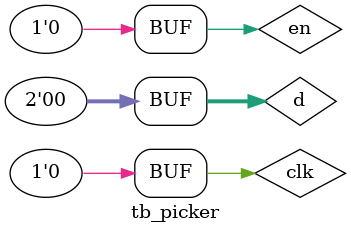
<source format=v>
`timescale 1ns/10ps
module tb_picker;
    reg en,clk;
    reg [1:0] d;
    wire [3:0]signal;
    runway_picker runway_pick(en,d,clk,signal);
    initial begin
        
        clk = 1'b0;
        repeat (100)
                #10 clk = ~clk;
    end 
    initial
    begin
        $dumpfile("output.vcd");
        $dumpvars(0,runway_pick);

                en = 1'b1;
                d = 2'b00;
        #10     en = 1'b0;
                $monitor("Direction: %d Signal: %d", d, signal);

        #100
                en = 1'b1;
                d = 2'b00;
        #10     en = 1'b0;
                $monitor("Direction: %d Signal: %d", d, signal);

        #100
                en = 1'b1;
                d = 2'b00;
        #10     en = 1'b0;
                $monitor("Direction: %d Signal: %d", d, signal);

        #20
                en = 1'b1;
                d = 2'b00;
        #10     en = 1'b0;
                $monitor("Direction: %d Signal: %d", d, signal);

        #20
                en = 1'b1;
                d = 2'b00;
        #10     en = 1'b0;
                $monitor("Direction: %d Signal: %d", d, signal);

        #20
                en = 1'b1;
                d = 2'b00;
        #10     en = 1'b0;
                $monitor("Direction: %d Signal: %d", d, signal);
        
    end
endmodule // tb

</source>
